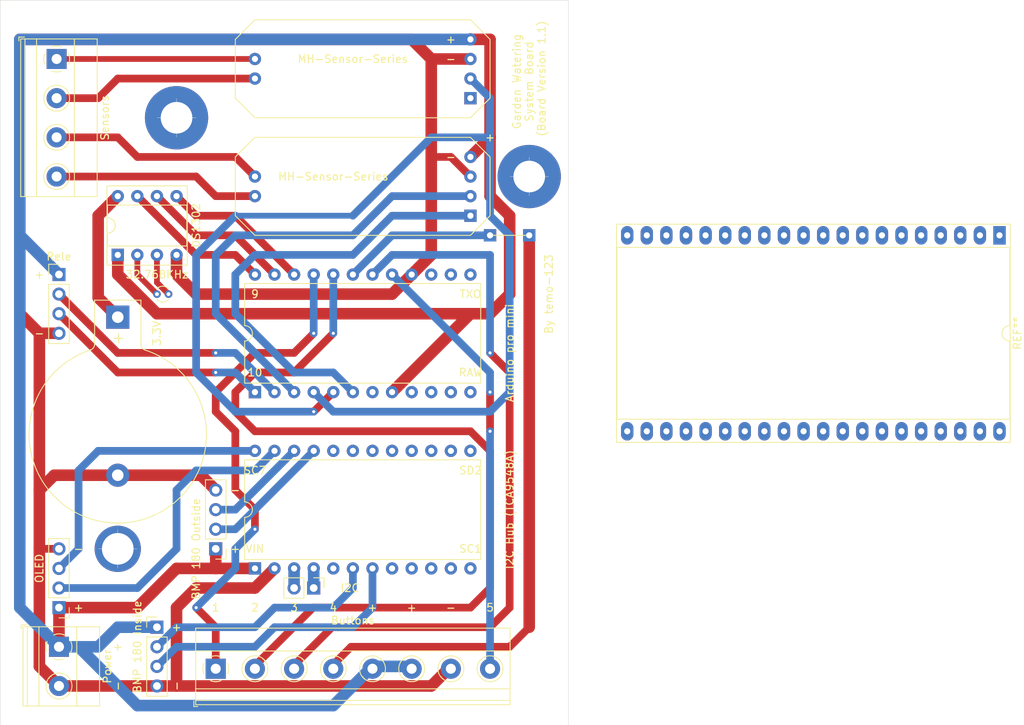
<source format=kicad_pcb>
(kicad_pcb (version 20221018) (generator pcbnew)
  (layers (0 "F.Cu" signal) (31 "B.Cu" signal) (34 "B.Paste" user) (35 "F.Paste" user) (36 "B.SilkS" user "B.Silkscreen") (37 "F.SilkS" user "F.Silkscreen") (38 "B.Mask" user) (39 "F.Mask" user) (44 "Edge.Cuts" user))
  (net 0 "")
  (footprint "" (layer "F.Cu") (at 91.44 60.96)
    (fp_text reference "" (at 0 0) (layer "F.SilkS") (effects (font (size 1.27 1.27))))
    (fp_text value "" (at 0 0) (layer "F.SilkS") (effects (font (size 1.27 1.27))))
    (pad "5" thru_hole oval (at 0 0 90) (size 1.6 1.6) (drill 0.8) (layers "*.Cu" "*.Mask"))
  )
  (footprint "Connector_PinHeader_2.54mm:PinHeader_1x04_P2.54mm_Vertical" (layer "F.Cu") (at 78.74 116.84)
    (fp_text reference "BMP 180 Inside" (at -2.54 2.54 90) (layer "F.SilkS"))
    (fp_text value "PinHeader_1x04_P2.54mm_Vertical")
    (pad "1" thru_hole rect (at 0 0) (size 1.7 1.7) (drill 1) (layers "*.Cu" "*.Mask"))
    (pad "2" thru_hole oval (at 0 2.54) (size 1.7 1.7) (drill 1) (layers "*.Cu" "*.Mask"))
    (pad "3" thru_hole oval (at 0 5.08) (size 1.7 1.7) (drill 1) (layers "*.Cu" "*.Mask"))
    (pad "4" thru_hole oval (at 0 7.62) (size 1.7 1.7) (drill 1) (layers "*.Cu" "*.Mask"))
  )
  (footprint "Connector_PinHeader_2.54mm:PinHeader_1x02_P2.54mm_Vertical" (layer "F.Cu") (at 99.06 111.76 -90)
    (fp_text reference "I2C " (at 0 -5.08 180) (layer "F.SilkS"))
    (fp_text value "I2C")
    (pad "1" thru_hole rect (at 0 0 270) (size 1.7 1.7) (drill 1) (layers "*.Cu" "*.Mask"))
    (pad "2" thru_hole oval (at 0 2.54 270) (size 1.7 1.7) (drill 1) (layers "*.Cu" "*.Mask"))
  )
  (footprint "" (layer "F.Cu") (at 119.38 58.42)
    (fp_text reference "" (at 0 0) (layer "F.SilkS") (effects (font (size 1.27 1.27))))
    (fp_text value "" (at 0 0) (layer "F.SilkS") (effects (font (size 1.27 1.27))))
    (pad "3" thru_hole oval (at 0 0 90) (size 1.6 1.6) (drill 0.8) (layers "*.Cu" "*.Mask"))
  )
  (footprint "" (layer "F.Cu") (at 119.38 40.64)
    (fp_text reference "" (at 0 0) (layer "F.SilkS") (effects (font (size 1.27 1.27))))
    (fp_text value "" (at 0 0) (layer "F.SilkS") (effects (font (size 1.27 1.27))))
    (pad "4" thru_hole oval (at 0 0 90) (size 1.6 1.6) (drill 0.8) (layers "*.Cu" "*.Mask"))
  )
  (footprint "" (layer "F.Cu") (at 119.38 43.18)
    (fp_text reference "" (at 0 0) (layer "F.SilkS") (effects (font (size 1.27 1.27))))
    (fp_text value "" (at 0 0) (layer "F.SilkS") (effects (font (size 1.27 1.27))))
    (pad "3" thru_hole oval (at 0 0 90) (size 1.6 1.6) (drill 0.8) (layers "*.Cu" "*.Mask"))
  )
  (footprint "TerminalBlock_Phoenix:TerminalBlock_Phoenix_MKDS-1,5-8-5.08_1x08_P5.08mm_Horizontal" (layer "F.Cu") (at 86.36 122.225)
    (fp_text reference "Buttons" (at 17.78 -6.26) (layer "F.SilkS"))
    (fp_text value "Buttons")
    (pad "1" thru_hole rect (at 0 0) (size 2.6 2.6) (drill 1.3) (layers "*.Cu" "*.Mask"))
    (pad "2" thru_hole circle (at 5.08 0) (size 2.6 2.6) (drill 1.3) (layers "*.Cu" "*.Mask"))
    (pad "3" thru_hole circle (at 10.16 0) (size 2.6 2.6) (drill 1.3) (layers "*.Cu" "*.Mask"))
    (pad "4" thru_hole circle (at 15.24 0) (size 2.6 2.6) (drill 1.3) (layers "*.Cu" "*.Mask"))
    (pad "5" thru_hole circle (at 20.32 0) (size 2.6 2.6) (drill 1.3) (layers "*.Cu" "*.Mask"))
    (pad "6" thru_hole circle (at 25.4 0) (size 2.6 2.6) (drill 1.3) (layers "*.Cu" "*.Mask"))
    (pad "7" thru_hole circle (at 30.48 0) (size 2.6 2.6) (drill 1.3) (layers "*.Cu" "*.Mask"))
    (pad "8" thru_hole circle (at 35.56 0) (size 2.6 2.6) (drill 1.3) (layers "*.Cu" "*.Mask"))
  )
  (footprint "" (layer "F.Cu") (at 119.38 60.96)
    (fp_text reference "" (at 0 0) (layer "F.SilkS") (effects (font (size 1.27 1.27))))
    (fp_text value "" (at 0 0) (layer "F.SilkS") (effects (font (size 1.27 1.27))))
    (pad "2" thru_hole oval (at 0 0 90) (size 1.6 1.6) (drill 0.8) (layers "*.Cu" "*.Mask"))
  )
  (footprint "TerminalBlock_Phoenix:TerminalBlock_Phoenix_MKDS-1,5-2-5.08_1x02_P5.08mm_Horizontal" (layer "F.Cu") (at 66.04 119.38 -90)
    (fp_text reference "Power" (at 2.54 -6.26 90) (layer "F.SilkS"))
    (fp_text value "Sensors")
    (pad "1" thru_hole rect (at 0 0 270) (size 2.6 2.6) (drill 1.3) (layers "*.Cu" "*.Mask"))
    (pad "2" thru_hole circle (at 5.08 0 270) (size 2.6 2.6) (drill 1.3) (layers "*.Cu" "*.Mask"))
  )
  (footprint "TerminalBlock_Phoenix:TerminalBlock_Phoenix_MKDS-1,5-4-5.08_1x04_P5.08mm_Horizontal" (layer "F.Cu") (at 65.735 43.18 -90)
    (fp_text reference "Sensors" (at 7.62 -6.26 90) (layer "F.SilkS"))
    (fp_text value "Sensors")
    (pad "1" thru_hole rect (at 0 0 270) (size 2.6 2.6) (drill 1.3) (layers "*.Cu" "*.Mask"))
    (pad "2" thru_hole circle (at 5.08 0 270) (size 2.6 2.6) (drill 1.3) (layers "*.Cu" "*.Mask"))
    (pad "3" thru_hole circle (at 10.16 0 270) (size 2.6 2.6) (drill 1.3) (layers "*.Cu" "*.Mask"))
    (pad "4" thru_hole circle (at 15.24 0 270) (size 2.6 2.6) (drill 1.3) (layers "*.Cu" "*.Mask"))
  )
  (footprint "Package_DIP:DIP-24_W15.24mm" (layer "F.Cu") (at 91.44 109.22 90)
    (fp_text reference "I2C Hub (TCA9548A)" (at 7.62 33.02 90) (layer "F.SilkS"))
    (fp_text value "I2C Modul")
    (pad "1" thru_hole rect (at 0 0 90) (size 1.6 1.6) (drill 0.8) (layers "*.Cu" "*.Mask"))
    (pad "2" thru_hole oval (at 0 2.54 90) (size 1.6 1.6) (drill 0.8) (layers "*.Cu" "*.Mask"))
    (pad "3" thru_hole oval (at 0 5.08 90) (size 1.6 1.6) (drill 0.8) (layers "*.Cu" "*.Mask"))
    (pad "4" thru_hole oval (at 0 7.62 90) (size 1.6 1.6) (drill 0.8) (layers "*.Cu" "*.Mask"))
    (pad "5" thru_hole oval (at 0 10.16 90) (size 1.6 1.6) (drill 0.8) (layers "*.Cu" "*.Mask"))
    (pad "6" thru_hole oval (at 0 12.7 90) (size 1.6 1.6) (drill 0.8) (layers "*.Cu" "*.Mask"))
    (pad "7" thru_hole oval (at 0 15.24 90) (size 1.6 1.6) (drill 0.8) (layers "*.Cu" "*.Mask"))
    (pad "8" thru_hole oval (at 0 17.78 90) (size 1.6 1.6) (drill 0.8) (layers "*.Cu" "*.Mask"))
    (pad "9" thru_hole oval (at 0 20.32 90) (size 1.6 1.6) (drill 0.8) (layers "*.Cu" "*.Mask"))
    (pad "10" thru_hole oval (at 0 22.86 90) (size 1.6 1.6) (drill 0.8) (layers "*.Cu" "*.Mask"))
    (pad "11" thru_hole oval (at 0 25.4 90) (size 1.6 1.6) (drill 0.8) (layers "*.Cu" "*.Mask"))
    (pad "12" thru_hole oval (at 0 27.94 90) (size 1.6 1.6) (drill 0.8) (layers "*.Cu" "*.Mask"))
    (pad "13" thru_hole oval (at 15.24 27.94 90) (size 1.6 1.6) (drill 0.8) (layers "*.Cu" "*.Mask"))
    (pad "14" thru_hole oval (at 15.24 25.4 90) (size 1.6 1.6) (drill 0.8) (layers "*.Cu" "*.Mask"))
    (pad "15" thru_hole oval (at 15.24 22.86 90) (size 1.6 1.6) (drill 0.8) (layers "*.Cu" "*.Mask"))
    (pad "16" thru_hole oval (at 15.24 20.32 90) (size 1.6 1.6) (drill 0.8) (layers "*.Cu" "*.Mask"))
    (pad "17" thru_hole oval (at 15.24 17.78 90) (size 1.6 1.6) (drill 0.8) (layers "*.Cu" "*.Mask"))
    (pad "18" thru_hole oval (at 15.24 15.24 90) (size 1.6 1.6) (drill 0.8) (layers "*.Cu" "*.Mask"))
    (pad "19" thru_hole oval (at 15.24 12.7 90) (size 1.6 1.6) (drill 0.8) (layers "*.Cu" "*.Mask"))
    (pad "20" thru_hole oval (at 15.24 10.16 90) (size 1.6 1.6) (drill 0.8) (layers "*.Cu" "*.Mask"))
    (pad "21" thru_hole oval (at 15.24 7.62 90) (size 1.6 1.6) (drill 0.8) (layers "*.Cu" "*.Mask"))
    (pad "22" thru_hole oval (at 15.24 5.08 90) (size 1.6 1.6) (drill 0.8) (layers "*.Cu" "*.Mask"))
    (pad "23" thru_hole oval (at 15.24 2.54 90) (size 1.6 1.6) (drill 0.8) (layers "*.Cu" "*.Mask"))
    (pad "24" thru_hole oval (at 15.24 0 90) (size 1.6 1.6) (drill 0.8) (layers "*.Cu" "*.Mask"))
  )
  (footprint "Connector_PinHeader_2.54mm:PinHeader_1x04_P2.54mm_Vertical" (layer "F.Cu") (at 66.04 114.3 180)
    (fp_text reference "OLED" (at 2.54 5.08 90) (layer "F.SilkS"))
    (fp_text value "oled")
    (pad "1" thru_hole rect (at 0 0 180) (size 1.7 1.7) (drill 1) (layers "*.Cu" "*.Mask"))
    (pad "2" thru_hole oval (at 0 2.54 180) (size 1.7 1.7) (drill 1) (layers "*.Cu" "*.Mask"))
    (pad "3" thru_hole oval (at 0 5.08 180) (size 1.7 1.7) (drill 1) (layers "*.Cu" "*.Mask"))
    (pad "4" thru_hole oval (at 0 7.62 180) (size 1.7 1.7) (drill 1) (layers "*.Cu" "*.Mask"))
  )
  (footprint "" (layer "F.Cu") (at 119.38 45.72)
    (fp_text reference "" (at 0 0) (layer "F.SilkS") (effects (font (size 1.27 1.27))))
    (fp_text value "" (at 0 0) (layer "F.SilkS") (effects (font (size 1.27 1.27))))
    (pad "2" thru_hole oval (at 0 0 90) (size 1.6 1.6) (drill 0.8) (layers "*.Cu" "*.Mask"))
  )
  (footprint "" (layer "F.Cu") (at 91.44 45.72)
    (fp_text reference "" (at 0 0) (layer "F.SilkS") (effects (font (size 1.27 1.27))))
    (fp_text value "" (at 0 0) (layer "F.SilkS") (effects (font (size 1.27 1.27))))
    (pad "5" thru_hole oval (at 0 0 90) (size 1.6 1.6) (drill 0.8) (layers "*.Cu" "*.Mask"))
  )
  (footprint "Crystal:Crystal_DS10_D1.0mm_L4.3mm_Vertical" (layer "F.Cu") (at 78.74 73.66)
    (fp_text reference "32.768KHz" (at 0 -2.54 180) (layer "F.SilkS"))
    (fp_text value " ")
    (pad "1" thru_hole circle (at 0 0) (size 1 1) (drill 0.5) (layers "*.Cu" "*.Mask"))
    (pad "2" thru_hole circle (at 1.5 0) (size 1 1) (drill 0.5) (layers "*.Cu" "*.Mask"))
  )
  (footprint "" (layer "F.Cu") (at 119.38 55.88)
    (fp_text reference "" (at 0 0) (layer "F.SilkS") (effects (font (size 1.27 1.27))))
    (fp_text value "" (at 0 0) (layer "F.SilkS") (effects (font (size 1.27 1.27))))
    (pad "4" thru_hole oval (at 0 0 90) (size 1.6 1.6) (drill 0.8) (layers "*.Cu" "*.Mask"))
  )
  (footprint "" (layer "F.Cu") (at 91.44 43.18)
    (fp_text reference "" (at 0 0) (layer "F.SilkS") (effects (font (size 1.27 1.27))))
    (fp_text value "" (at 0 0) (layer "F.SilkS") (effects (font (size 1.27 1.27))))
    (pad "6" thru_hole oval (at 0 0 90) (size 1.6 1.6) (drill 0.8) (layers "*.Cu" "*.Mask"))
  )
  (footprint "" (layer "F.Cu") (at 127 66.04)
    (fp_text reference "" (at 0 0) (layer "F.SilkS") (effects (font (size 1.27 1.27))))
    (fp_text value "" (at 0 0) (layer "F.SilkS") (effects (font (size 1.27 1.27))))
    (pad "1" thru_hole rect (at 0 0 90) (size 1.6 1.6) (drill 0.8) (layers "*.Cu" "*.Mask"))
  )
  (footprint "" (layer "F.Cu") (at 119.38 48.26)
    (fp_text reference "" (at 0 0) (layer "F.SilkS") (effects (font (size 1.27 1.27))))
    (fp_text value "" (at 0 0) (layer "F.SilkS") (effects (font (size 1.27 1.27))))
    (pad "1" thru_hole rect (at 0 0 90) (size 1.6 1.6) (drill 0.8) (layers "*.Cu" "*.Mask"))
  )
  (footprint "" (layer "F.Cu") (at 91.44 58.42)
    (fp_text reference "" (at 0 0) (layer "F.SilkS") (effects (font (size 1.27 1.27))))
    (fp_text value "" (at 0 0) (layer "F.SilkS") (effects (font (size 1.27 1.27))))
    (pad "6" thru_hole oval (at 0 0 90) (size 1.6 1.6) (drill 0.8) (layers "*.Cu" "*.Mask"))
  )
  (footprint "" (layer "F.Cu") (at 121.92 66.04)
    (fp_text reference "" (at 0 0) (layer "F.SilkS") (effects (font (size 1.27 1.27))))
    (fp_text value "" (at 0 0) (layer "F.SilkS") (effects (font (size 1.27 1.27))))
    (pad "1" thru_hole rect (at 0 0 90) (size 1.6 1.6) (drill 0.8) (layers "*.Cu" "*.Mask"))
  )
  (footprint "Connector_PinHeader_2.54mm:PinHeader_1x04_P2.54mm_Vertical" (layer "F.Cu") (at 86.36 106.68 180)
    (fp_text reference "BMP 180 Outside" (at 2.54 0 90) (layer "F.SilkS"))
    (fp_text value "Outside termo sensor")
    (pad "1" thru_hole rect (at 0 0 180) (size 1.7 1.7) (drill 1) (layers "*.Cu" "*.Mask"))
    (pad "2" thru_hole oval (at 0 2.54 180) (size 1.7 1.7) (drill 1) (layers "*.Cu" "*.Mask"))
    (pad "3" thru_hole oval (at 0 5.08 180) (size 1.7 1.7) (drill 1) (layers "*.Cu" "*.Mask"))
    (pad "4" thru_hole oval (at 0 7.62 180) (size 1.7 1.7) (drill 1) (layers "*.Cu" "*.Mask"))
  )
  (footprint "" (layer "F.Cu") (at 119.38 63.5)
    (fp_text reference "" (at 0 0) (layer "F.SilkS") (effects (font (size 1.27 1.27))))
    (fp_text value "" (at 0 0) (layer "F.SilkS") (effects (font (size 1.27 1.27))))
    (pad "1" thru_hole rect (at 0 0 90) (size 1.6 1.6) (drill 0.8) (layers "*.Cu" "*.Mask"))
  )
  (footprint "Package_DIP:DIP-40_W25.4mm_Socket_LongPads" (layer "F.Cu") (at 187.96 66.04 -90)
    (fp_text reference "REF**" (at 12.7 -2.33 90) (layer "F.SilkS"))
    (fp_text value "DIP-40_W25.4mm_Socket_LongPads")
    (pad "1" thru_hole rect (at 0 0 270) (size 2.4 1.6) (drill 0.8) (layers "*.Cu" "*.Mask"))
    (pad "2" thru_hole oval (at 0 2.54 270) (size 2.4 1.6) (drill 0.8) (layers "*.Cu" "*.Mask"))
    (pad "3" thru_hole oval (at 0 5.08 270) (size 2.4 1.6) (drill 0.8) (layers "*.Cu" "*.Mask"))
    (pad "4" thru_hole oval (at 0 7.62 270) (size 2.4 1.6) (drill 0.8) (layers "*.Cu" "*.Mask"))
    (pad "5" thru_hole oval (at 0 10.16 270) (size 2.4 1.6) (drill 0.8) (layers "*.Cu" "*.Mask"))
    (pad "6" thru_hole oval (at 0 12.7 270) (size 2.4 1.6) (drill 0.8) (layers "*.Cu" "*.Mask"))
    (pad "7" thru_hole oval (at 0 15.24 270) (size 2.4 1.6) (drill 0.8) (layers "*.Cu" "*.Mask"))
    (pad "8" thru_hole oval (at 0 17.78 270) (size 2.4 1.6) (drill 0.8) (layers "*.Cu" "*.Mask"))
    (pad "9" thru_hole oval (at 0 20.32 270) (size 2.4 1.6) (drill 0.8) (layers "*.Cu" "*.Mask"))
    (pad "10" thru_hole oval (at 0 22.86 270) (size 2.4 1.6) (drill 0.8) (layers "*.Cu" "*.Mask"))
    (pad "11" thru_hole oval (at 0 25.4 270) (size 2.4 1.6) (drill 0.8) (layers "*.Cu" "*.Mask"))
    (pad "12" thru_hole oval (at 0 27.94 270) (size 2.4 1.6) (drill 0.8) (layers "*.Cu" "*.Mask"))
    (pad "13" thru_hole oval (at 0 30.48 270) (size 2.4 1.6) (drill 0.8) (layers "*.Cu" "*.Mask"))
    (pad "14" thru_hole oval (at 0 33.02 270) (size 2.4 1.6) (drill 0.8) (layers "*.Cu" "*.Mask"))
    (pad "15" thru_hole oval (at 0 35.56 270) (size 2.4 1.6) (drill 0.8) (layers "*.Cu" "*.Mask"))
    (pad "16" thru_hole oval (at 0 38.1 270) (size 2.4 1.6) (drill 0.8) (layers "*.Cu" "*.Mask"))
    (pad "17" thru_hole oval (at 0 40.64 270) (size 2.4 1.6) (drill 0.8) (layers "*.Cu" "*.Mask"))
    (pad "18" thru_hole oval (at 0 43.18 270) (size 2.4 1.6) (drill 0.8) (layers "*.Cu" "*.Mask"))
    (pad "19" thru_hole oval (at 0 45.72 270) (size 2.4 1.6) (drill 0.8) (layers "*.Cu" "*.Mask"))
    (pad "20" thru_hole oval (at 0 48.26 270) (size 2.4 1.6) (drill 0.8) (layers "*.Cu" "*.Mask"))
    (pad "21" thru_hole oval (at 25.4 48.26 270) (size 2.4 1.6) (drill 0.8) (layers "*.Cu" "*.Mask"))
    (pad "22" thru_hole oval (at 25.4 45.72 270) (size 2.4 1.6) (drill 0.8) (layers "*.Cu" "*.Mask"))
    (pad "23" thru_hole oval (at 25.4 43.18 270) (size 2.4 1.6) (drill 0.8) (layers "*.Cu" "*.Mask"))
    (pad "24" thru_hole oval (at 25.4 40.64 270) (size 2.4 1.6) (drill 0.8) (layers "*.Cu" "*.Mask"))
    (pad "25" thru_hole oval (at 25.4 38.1 270) (size 2.4 1.6) (drill 0.8) (layers "*.Cu" "*.Mask"))
    (pad "26" thru_hole oval (at 25.4 35.56 270) (size 2.4 1.6) (drill 0.8) (layers "*.Cu" "*.Mask"))
    (pad "27" thru_hole oval (at 25.4 33.02 270) (size 2.4 1.6) (drill 0.8) (layers "*.Cu" "*.Mask"))
    (pad "28" thru_hole oval (at 25.4 30.48 270) (size 2.4 1.6) (drill 0.8) (layers "*.Cu" "*.Mask"))
    (pad "29" thru_hole oval (at 25.4 27.94 270) (size 2.4 1.6) (drill 0.8) (layers "*.Cu" "*.Mask"))
    (pad "30" thru_hole oval (at 25.4 25.4 270) (size 2.4 1.6) (drill 0.8) (layers "*.Cu" "*.Mask"))
    (pad "31" thru_hole oval (at 25.4 22.86 270) (size 2.4 1.6) (drill 0.8) (layers "*.Cu" "*.Mask"))
    (pad "32" thru_hole oval (at 25.4 20.32 270) (size 2.4 1.6) (drill 0.8) (layers "*.Cu" "*.Mask"))
    (pad "33" thru_hole oval (at 25.4 17.78 270) (size 2.4 1.6) (drill 0.8) (layers "*.Cu" "*.Mask"))
    (pad "34" thru_hole oval (at 25.4 15.24 270) (size 2.4 1.6) (drill 0.8) (layers "*.Cu" "*.Mask"))
    (pad "35" thru_hole oval (at 25.4 12.7 270) (size 2.4 1.6) (drill 0.8) (layers "*.Cu" "*.Mask"))
    (pad "36" thru_hole oval (at 25.4 10.16 270) (size 2.4 1.6) (drill 0.8) (layers "*.Cu" "*.Mask"))
    (pad "37" thru_hole oval (at 25.4 7.62 270) (size 2.4 1.6) (drill 0.8) (layers "*.Cu" "*.Mask"))
    (pad "38" thru_hole oval (at 25.4 5.08 270) (size 2.4 1.6) (drill 0.8) (layers "*.Cu" "*.Mask"))
    (pad "39" thru_hole oval (at 25.4 2.54 270) (size 2.4 1.6) (drill 0.8) (layers "*.Cu" "*.Mask"))
    (pad "40" thru_hole oval (at 25.4 0 270) (size 2.4 1.6) (drill 0.8) (layers "*.Cu" "*.Mask"))
  )
  (footprint "Battery:BatteryHolder_Keystone_103_1x20mm" (layer "F.Cu") (at 73.66 76.647584 -90)
    (fp_text reference "3.3V" (at 2.092416 -5.08 90) (layer "F.SilkS"))
    (fp_text value "3.3v (CR2025)")
    (fp_text user "+" (at 2.75 0 90) (layer "F.SilkS") (effects (font (size 1.5 1.5))))
    (pad "1" thru_hole rect (at 0 0 270) (size 3 3) (drill 1.5) (layers "*.Cu" "*.Mask"))
    (pad "2" thru_hole circle (at 20.49 0 270) (size 3 3) (drill 1.5) (layers "*.Cu" "*.Mask"))
  )
  (footprint "Package_DIP:DIP-8_W7.62mm_Socket" (layer "F.Cu") (at 73.66 68.58 90)
    (fp_text reference "DS1302" (at 3.81 10.16 90) (layer "F.SilkS"))
    (fp_text value "Socket for DS1302")
    (pad "1" thru_hole rect (at 0 0 90) (size 1.6 1.6) (drill 0.8) (layers "*.Cu" "*.Mask"))
    (pad "2" thru_hole oval (at 0 2.54 90) (size 1.6 1.6) (drill 0.8) (layers "*.Cu" "*.Mask"))
    (pad "3" thru_hole oval (at 0 5.08 90) (size 1.6 1.6) (drill 0.8) (layers "*.Cu" "*.Mask"))
    (pad "4" thru_hole oval (at 0 7.62 90) (size 1.6 1.6) (drill 0.8) (layers "*.Cu" "*.Mask"))
    (pad "5" thru_hole oval (at 7.62 7.62 90) (size 1.6 1.6) (drill 0.8) (layers "*.Cu" "*.Mask"))
    (pad "6" thru_hole oval (at 7.62 5.08 90) (size 1.6 1.6) (drill 0.8) (layers "*.Cu" "*.Mask"))
    (pad "7" thru_hole oval (at 7.62 2.54 90) (size 1.6 1.6) (drill 0.8) (layers "*.Cu" "*.Mask"))
    (pad "8" thru_hole oval (at 7.62 0 90) (size 1.6 1.6) (drill 0.8) (layers "*.Cu" "*.Mask"))
  )
  (footprint "Package_DIP:DIP-24_W15.24mm" (layer "F.Cu") (at 91.44 86.365 90)
    (fp_text reference "Arduino pro mini" (at 5.08 33.02 90) (layer "F.SilkS"))
    (fp_text value "Arduino mini")
    (pad "1" thru_hole rect (at 0 0 90) (size 1.6 1.6) (drill 0.8) (layers "*.Cu" "*.Mask"))
    (pad "2" thru_hole oval (at 0 2.54 90) (size 1.6 1.6) (drill 0.8) (layers "*.Cu" "*.Mask"))
    (pad "3" thru_hole oval (at 0 5.08 90) (size 1.6 1.6) (drill 0.8) (layers "*.Cu" "*.Mask"))
    (pad "4" thru_hole oval (at 0 7.62 90) (size 1.6 1.6) (drill 0.8) (layers "*.Cu" "*.Mask"))
    (pad "5" thru_hole oval (at 0 10.16 90) (size 1.6 1.6) (drill 0.8) (layers "*.Cu" "*.Mask"))
    (pad "6" thru_hole oval (at 0 12.7 90) (size 1.6 1.6) (drill 0.8) (layers "*.Cu" "*.Mask"))
    (pad "7" thru_hole oval (at 0 15.24 90) (size 1.6 1.6) (drill 0.8) (layers "*.Cu" "*.Mask"))
    (pad "8" thru_hole oval (at 0 17.78 90) (size 1.6 1.6) (drill 0.8) (layers "*.Cu" "*.Mask"))
    (pad "9" thru_hole oval (at 0 20.32 90) (size 1.6 1.6) (drill 0.8) (layers "*.Cu" "*.Mask"))
    (pad "10" thru_hole oval (at 0 22.86 90) (size 1.6 1.6) (drill 0.8) (layers "*.Cu" "*.Mask"))
    (pad "11" thru_hole oval (at 0 25.4 90) (size 1.6 1.6) (drill 0.8) (layers "*.Cu" "*.Mask"))
    (pad "12" thru_hole oval (at 0 27.94 90) (size 1.6 1.6) (drill 0.8) (layers "*.Cu" "*.Mask"))
    (pad "13" thru_hole oval (at 15.24 27.94 90) (size 1.6 1.6) (drill 0.8) (layers "*.Cu" "*.Mask"))
    (pad "14" thru_hole oval (at 15.24 25.4 90) (size 1.6 1.6) (drill 0.8) (layers "*.Cu" "*.Mask"))
    (pad "15" thru_hole oval (at 15.24 22.86 90) (size 1.6 1.6) (drill 0.8) (layers "*.Cu" "*.Mask"))
    (pad "16" thru_hole oval (at 15.24 20.32 90) (size 1.6 1.6) (drill 0.8) (layers "*.Cu" "*.Mask"))
    (pad "17" thru_hole oval (at 15.24 17.78 90) (size 1.6 1.6) (drill 0.8) (layers "*.Cu" "*.Mask"))
    (pad "18" thru_hole oval (at 15.24 15.24 90) (size 1.6 1.6) (drill 0.8) (layers "*.Cu" "*.Mask"))
    (pad "19" thru_hole oval (at 15.24 12.7 90) (size 1.6 1.6) (drill 0.8) (layers "*.Cu" "*.Mask"))
    (pad "20" thru_hole oval (at 15.24 10.16 90) (size 1.6 1.6) (drill 0.8) (layers "*.Cu" "*.Mask"))
    (pad "21" thru_hole oval (at 15.24 7.62 90) (size 1.6 1.6) (drill 0.8) (layers "*.Cu" "*.Mask"))
    (pad "22" thru_hole oval (at 15.24 5.08 90) (size 1.6 1.6) (drill 0.8) (layers "*.Cu" "*.Mask"))
    (pad "23" thru_hole oval (at 15.24 2.54 90) (size 1.6 1.6) (drill 0.8) (layers "*.Cu" "*.Mask"))
    (pad "24" thru_hole oval (at 15.24 0 90) (size 1.6 1.6) (drill 0.8) (layers "*.Cu" "*.Mask"))
  )
  (footprint "Connector_PinHeader_2.54mm:PinHeader_1x04_P2.54mm_Vertical" (layer "F.Cu") (at 66.04 71.12)
    (fp_text reference "Rele" (at 0 -2.33) (layer "F.SilkS"))
    (fp_text value "Rele")
    (pad "1" thru_hole rect (at 0 0) (size 1.7 1.7) (drill 1) (layers "*.Cu" "*.Mask"))
    (pad "2" thru_hole oval (at 0 2.54) (size 1.7 1.7) (drill 1) (layers "*.Cu" "*.Mask"))
    (pad "3" thru_hole oval (at 0 5.08) (size 1.7 1.7) (drill 1) (layers "*.Cu" "*.Mask"))
    (pad "4" thru_hole oval (at 0 7.62) (size 1.7 1.7) (drill 1) (layers "*.Cu" "*.Mask"))
  )
  (gr_circle (center 71.12 68.58) (end 71.12 68.58) (stroke (width 0.2)) (fill none) (layer "F.Cu"))
  (gr_line (start 76.2 127) (end 68.58 119.38) (stroke (width 1.5)) (layer "B.Cu"))
  (gr_line (start 76.2 127) (end 101.6 127) (stroke (width 1.5)) (layer "B.Cu"))
  (gr_line (start 88.9 40.64) (end 88.9 48.26) (stroke (width 0.12)) (layer "F.SilkS"))
  (gr_line (start 121.92 40.64) (end 119.38 38.1) (stroke (width 0.12)) (layer "F.SilkS"))
  (gr_line (start 91.44 66.04) (end 88.9 63.5) (stroke (width 0.12)) (layer "F.SilkS"))
  (gr_line (start 91.44 38.1) (end 88.9 40.64) (stroke (width 0.12)) (layer "F.SilkS"))
  (gr_line (start 121.92 63.5) (end 119.38 66.04) (stroke (width 0.12)) (layer "F.SilkS"))
  (gr_line (start 119.38 38.1) (end 91.44 38.1) (stroke (width 0.12)) (layer "F.SilkS"))
  (gr_line (start 88.9 55.88) (end 91.44 53.34) (stroke (width 0.12)) (layer "F.SilkS"))
  (gr_line (start 121.92 48.26) (end 121.92 40.64) (stroke (width 0.12)) (layer "F.SilkS"))
  (gr_line (start 119.38 66.04) (end 91.44 66.04) (stroke (width 0.12)) (layer "F.SilkS"))
  (gr_line (start 119.38 53.34) (end 121.92 55.88) (stroke (width 0.12)) (layer "F.SilkS"))
  (gr_line (start 119.38 50.8) (end 121.92 48.26) (stroke (width 0.12)) (layer "F.SilkS"))
  (gr_line (start 88.9 48.26) (end 91.44 50.8) (stroke (width 0.12)) (layer "F.SilkS"))
  (gr_line (start 121.92 55.88) (end 121.92 63.5) (stroke (width 0.12)) (layer "F.SilkS"))
  (gr_line (start 121.92 66.04) (end 127 66.04) (stroke (width 0.12)) (layer "F.SilkS"))
  (gr_line (start 91.44 50.8) (end 119.38 50.8) (stroke (width 0.12)) (layer "F.SilkS"))
  (gr_line (start 88.9 63.5) (end 88.9 55.88) (stroke (width 0.12)) (layer "F.SilkS"))
  (gr_line (start 91.44 53.34) (end 119.38 53.34) (stroke (width 0.12)) (layer "F.SilkS"))
  (gr_line (start 132.08 35.56) (end 132.08 129.54) (stroke (width 0.05)) (layer "Edge.Cuts"))
  (gr_line (start 132.08 129.54) (end 58.42 129.54) (stroke (width 0.05)) (layer "Edge.Cuts"))
  (gr_line (start 58.42 129.54) (end 58.42 35.56) (stroke (width 0.05)) (layer "Edge.Cuts"))
  (gr_line (start 58.42 35.56) (end 132.08 35.56) (stroke (width 0.05)) (layer "Edge.Cuts"))
  (gr_text "-" (at 81.28 124.46 90) (layer "F.SilkS") (effects (font (size 1 1))))
  (gr_text "9" (at 91.44 73.66) (layer "F.SilkS") (effects (font (size 1 1))))
  (gr_text "+" (at 63.5 71.12) (layer "F.SilkS") (effects (font (size 1 1))))
  (gr_text "-" (at 63.5 78.74) (layer "F.SilkS") (effects (font (size 1 1))))
  (gr_text "SD2" (at 119.38 96.52) (layer "F.SilkS") (effects (font (size 1 1))))
  (gr_text "RAW\n" (at 119.38 83.82) (layer "F.SilkS") (effects (font (size 1 1))))
  (gr_text "+" (at 121.92 53.34) (layer "F.SilkS") (effects (font (size 1 1))))
  (gr_text "-" (at 116.84 43.18) (layer "F.SilkS") (effects (font (size 1 1))))
  (gr_text "5" (at 121.92 114.3) (layer "F.SilkS") (effects (font (size 1 1))))
  (gr_text "-" (at 88.9 99.06) (layer "F.SilkS") (effects (font (size 1 1))))
  (gr_text "-" (at 68.58 106.68) (layer "F.SilkS") (effects (font (size 1 1))))
  (gr_text "MH-Sensor-Series" (at 104.14 43.18) (layer "F.SilkS") (effects (font (size 1 1))))
  (gr_text "SC1\n" (at 119.38 106.68) (layer "F.SilkS") (effects (font (size 1 1))))
  (gr_text "VIN" (at 91.44 106.68) (layer "F.SilkS") (effects (font (size 1 1))))
  (gr_text "+" (at 106.68 114.3) (layer "F.SilkS") (effects (font (size 1 1))))
  (gr_text "3" (at 96.52 114.3) (layer "F.SilkS") (effects (font (size 1 1))))
  (gr_text "1" (at 86.36 114.3) (layer "F.SilkS") (effects (font (size 1 1))))
  (gr_text "+" (at 88.9 106.68) (layer "F.SilkS") (effects (font (size 1 1))))
  (gr_text "+" (at 111.76 114.3) (layer "F.SilkS") (effects (font (size 1 1))))
  (gr_text "10" (at 91.44 83.82) (layer "F.SilkS") (effects (font (size 1 1))))
  (gr_text "+" (at 68.58 114.3) (layer "F.SilkS") (effects (font (size 1 1))))
  (gr_text "TXO" (at 119.38 73.66) (layer "F.SilkS") (effects (font (size 1 1))))
  (gr_text "+" (at 73.66 119.38) (layer "F.SilkS") (effects (font (size 1 1))))
  (gr_text "2" (at 91.44 114.3) (layer "F.SilkS") (effects (font (size 1 1))))
  (gr_text "+" (at 81.28 116.84) (layer "F.SilkS") (effects (font (size 1 1))))
  (gr_text "By temo-123" (at 129.54 73.66 90) (layer "F.SilkS") (effects (font (size 1 1))))
  (gr_text "-" (at 116.84 114.3) (layer "F.SilkS") (effects (font (size 1 1))))
  (gr_text "Garden Watering \nSystem Board \n(Board Version 1.1)" (at 127 45.72 90) (layer "F.SilkS") (effects (font (size 1 1))))
  (gr_text "+" (at 116.84 40.64) (layer "F.SilkS") (effects (font (size 1 1))))
  (gr_text "-" (at 73.66 124.46 90) (layer "F.SilkS") (effects (font (size 1 1))))
  (gr_text "4" (at 101.6 114.3) (layer "F.SilkS") (effects (font (size 1 1))))
  (gr_text "MH-Sensor-Series" (at 101.6 58.42) (layer "F.SilkS") (effects (font (size 1 1))))
  (gr_text "-" (at 116.84 55.88) (layer "F.SilkS") (effects (font (size 1 1))))
  (gr_text "SC7" (at 91.44 96.52) (layer "F.SilkS") (effects (font (size 1 1))))
  (target plus (at 127 58.42) (size 5) (width 0.05) (layer "Edge.Cuts"))
  (target plus (at 73.66 106.68) (size 5) (width 0.05) (layer "Edge.Cuts"))
  (target plus (at 81.28 50.8) (size 5) (width 0.05) (layer "Edge.Cuts"))
  (segment (start 63.5 106.68) (end 66.04 106.68) (width 1) (layer "F.Cu") (net 0))
  (segment (start 121.92 116.84) (end 124.46 114.3) (width 1) (layer "F.Cu") (net 0))
  (segment (start 86.36 122.225) (end 86.36 116.84) (width 1) (layer "F.Cu") (net 0))
  (segment (start 114.3 43.18) (end 111.76 40.64) (width 1.5) (layer "F.Cu") (net 0))
  (segment (start 101.36 121.92) (end 103.9 119.38) (width 1) (layer "F.Cu") (net 0))
  (segment (start 119.38 76.205) (end 119.38 76.2) (width 1) (layer "F.Cu") (net 0))
  (segment (start 65.422416 97.137584) (end 63.5 99.06) (width 1.5) (layer "F.Cu") (net 0))
  (segment (start 98.98 114.3) (end 91.36 121.92) (width 1) (layer "F.Cu") (net 0))
  (segment (start 124.46 73.66) (end 121.92 76.2) (width 1.5) (layer "F.Cu") (net 0))
  (segment (start 111.76 40.64) (end 60.96 40.64) (width 1.5) (layer "F.Cu") (net 0))
  (segment (start 73.66 83.82) (end 86.36 83.82) (width 1) (layer "F.Cu") (net 0))
  (segment (start 119.38 58.42) (end 116.84 55.88) (width 1) (layer "F.Cu") (net 0))
  (segment (start 88.9 66.04) (end 93.98 71.12) (width 1) (layer "F.Cu") (net 0))
  (segment (start 66.04 119.38) (end 66.04 114.3) (width 1.5) (layer "F.Cu") (net 0))
  (segment (start 86.36 109.22) (end 91.44 109.22) (width 1.5) (layer "F.Cu") (net 0))
  (segment (start 84.437584 97.137584) (end 86.36 99.06) (width 1.5) (layer "F.Cu") (net 0))
  (segment (start 91.44 45.72) (end 73.66 45.72) (width 1) (layer "F.Cu") (net 0))
  (segment (start 119.38 114.3) (end 121.92 111.76) (width 1) (layer "F.Cu") (net 0))
  (segment (start 121.92 76.2) (end 78.74 76.2) (width 1.5) (layer "F.Cu") (net 0))
  (segment (start 88.9 63.5) (end 96.52 71.12) (width 1) (layer "F.Cu") (net 0))
  (segment (start 91.44 111.76) (end 93.98 109.22) (width 1.5) (layer "F.Cu") (net 0))
  (segment (start 71.12 48.26) (end 65.735 48.26) (width 1) (layer "F.Cu") (net 0))
  (segment (start 114.3 124.46) (end 116.84 121.92) (width 1.5) (layer "F.Cu") (net 0))
  (segment (start 73.66 81.28) (end 66.04 73.66) (width 1) (layer "F.Cu") (net 0))
  (segment (start 83.82 68.58) (end 88.9 68.58) (width 1) (layer "F.Cu") (net 0))
  (segment (start 81.28 71.12) (end 83.82 73.66) (width 1.5) (layer "F.Cu") (net 0))
  (segment (start 81.28 124.46) (end 81.28 114.3) (width 1.5) (layer "F.Cu") (net 0))
  (segment (start 83.82 63.5) (end 88.9 63.5) (width 1) (layer "F.Cu") (net 0))
  (segment (start 60.96 40.64) (end 60.96 76.2) (width 1.5) (layer "F.Cu") (net 0))
  (segment (start 66.04 114.3) (end 76.2 114.3) (width 1.5) (layer "F.Cu") (net 0))
  (segment (start 76.2 55.88) (end 73.66 53.34) (width 1) (layer "F.Cu") (net 0))
  (segment (start 63.5 99.06) (end 63.5 106.68) (width 1.5) (layer "F.Cu") (net 0))
  (segment (start 91.44 91.44) (end 119.38 91.44) (width 1) (layer "F.Cu") (net 0))
  (segment (start 88.9 86.36) (end 88.9 88.9) (width 1) (layer "F.Cu") (net 0))
  (segment (start 124.46 83.82) (end 124.46 114.3) (width 1) (layer "F.Cu") (net 0))
  (segment (start 83.82 66.04) (end 88.9 66.04) (width 1) (layer "F.Cu") (net 0))
  (segment (start 81.28 109.22) (end 86.36 109.22) (width 1.5) (layer "F.Cu") (net 0))
  (segment (start 124.46 63.5) (end 124.46 73.66) (width 1.5) (layer "F.Cu") (net 0))
  (segment (start 66.04 76.2) (end 73.66 83.82) (width 1) (layer "F.Cu") (net 0))
  (segment (start 121.92 60.96) (end 124.46 63.5) (width 1.5) (layer "F.Cu") (net 0))
  (segment (start 121.92 93.98) (end 121.92 111.76) (width 1) (layer "F.Cu") (net 0))
  (segment (start 121.92 91.44) (end 121.92 86.36) (width 1) (layer "F.Cu") (net 0))
  (segment (start 86.36 86.36) (end 91.44 81.28) (width 1) (layer "F.Cu") (net 0))
  (segment (start 109.22 86.365) (end 119.38 76.205) (width 1.5) (layer "F.Cu") (net 0))
  (segment (start 88.9 91.44) (end 86.36 88.9) (width 1) (layer "F.Cu") (net 0))
  (segment (start 73.66 45.72) (end 71.12 48.26) (width 1) (layer "F.Cu") (net 0))
  (segment (start 99.06 88.9) (end 101.6 86.36) (width 1) (layer "F.Cu") (net 0))
  (segment (start 88.9 99.06) (end 88.9 91.44) (width 1) (layer "F.Cu") (net 0))
  (segment (start 78.74 72.16) (end 78.74 68.58) (width 0.75) (layer "F.Cu") (net 0))
  (segment (start 86.36 109.22) (end 86.36 106.68) (width 1.5) (layer "F.Cu") (net 0))
  (segment (start 73.66 97.137584) (end 65.422416 97.137584) (width 1.5) (layer "F.Cu") (net 0))
  (segment (start 71.12 74.107584) (end 71.12 63.5) (width 1.5) (layer "F.Cu") (net 0))
  (segment (start 65.735 58.42) (end 83.82 58.42) (width 1) (layer "F.Cu") (net 0))
  (segment (start 114.3 68.58) (end 114.3 55.88) (width 1.5) (layer "F.Cu") (net 0))
  (segment (start 88.9 55.88) (end 91.44 58.42) (width 1) (layer "F.Cu") (net 0))
  (segment (start 114.3 68.585) (end 114.3 68.58) (width 1) (layer "F.Cu") (net 0))
  (segment (start 60.96 76.2) (end 63.5 78.74) (width 1.5) (layer "F.Cu") (net 0))
  (segment (start 114.3 55.88) (end 114.3 43.18) (width 1.5) (layer "F.Cu") (net 0))
  (segment (start 119.38 114.3) (end 98.98 114.3) (width 1) (layer "F.Cu") (net 0))
  (segment (start 119.38 55.88) (end 121.92 53.34) (width 1.5) (layer "F.Cu") (net 0))
  (segment (start 111.76 71.125) (end 114.3 68.585) (width 1.5) (layer "F.Cu") (net 0))
  (segment (start 88.9 68.58) (end 91.44 71.12) (width 1) (layer "F.Cu") (net 0))
  (segment (start 109.225 73.66) (end 111.76 71.125) (width 1.5) (layer "F.Cu") (net 0))
  (segment (start 76.2 55.88) (end 88.9 55.88) (width 1) (layer "F.Cu") (net 0))
  (segment (start 81.28 68.58) (end 81.28 71.12) (width 1.5) (layer "F.Cu") (net 0))
  (segment (start 116.84 55.88) (end 114.3 55.88) (width 1) (layer "F.Cu") (net 0))
  (segment (start 63.5 106.68) (end 63.5 121.92) (width 1.5) (layer "F.Cu") (net 0))
  (segment (start 73.66 53.34) (end 65.735 53.34) (width 1) (layer "F.Cu") (net 0))
  (segment (start 103.9 119.38) (end 124.46 119.38) (width 1) (layer "F.Cu") (net 0))
  (segment (start 66.04 124.46) (end 78.74 124.46) (width 1.5) (layer "F.Cu") (net 0))
  (segment (start 91.44 43.18) (end 65.735 43.18) (width 0.75) (layer "F.Cu") (net 0))
  (segment (start 76.2 71.12) (end 76.2 68.58) (width 0.75) (layer "F.Cu") (net 0))
  (segment (start 127 66.04) (end 127 116.84) (width 1.5) (layer "F.Cu") (net 0))
  (segment (start 91.44 104.14) (end 91.44 101.6) (width 1) (layer "F.Cu") (net 0))
  (segment (start 81.28 114.3) (end 83.82 111.76) (width 1.5) (layer "F.Cu") (net 0))
  (segment (start 86.36 88.9) (end 86.36 86.36) (width 1) (layer "F.Cu") (net 0))
  (segment (start 121.92 53.34) (end 121.92 60.96) (width 1.5) (layer "F.Cu") (net 0))
  (segment (start 83.82 73.66) (end 109.22 73.66) (width 1.5) (layer "F.Cu") (net 0))
  (segment (start 88.9 88.9) (end 91.44 91.44) (width 1) (layer "F.Cu") (net 0))
  (segment (start 91.44 83.82) (end 88.9 86.36) (width 1) (layer "F.Cu") (net 0))
  (segment (start 96.52 81.28) (end 99.06 78.74) (width 1) (layer "F.Cu") (net 0))
  (segment (start 91.44 101.6) (end 88.9 99.06) (width 1) (layer "F.Cu") (net 0))
  (segment (start 109.22 73.66) (end 109.225 73.66) (width 1) (layer "F.Cu") (net 0))
  (segment (start 124.46 119.38) (end 127 116.84) (width 1) (layer "F.Cu") (net 0))
  (segment (start 63.5 121.92) (end 66.04 124.46) (width 1.5) (layer "F.Cu") (net 0))
  (segment (start 63.5 78.74) (end 63.5 99.06) (width 1.5) (layer "F.Cu") (net 0))
  (segment (start 83.82 111.76) (end 91.44 111.76) (width 1.5) (layer "F.Cu") (net 0))
  (segment (start 124.46 83.82) (end 121.92 81.28) (width 1) (layer "F.Cu") (net 0))
  (segment (start 83.82 58.42) (end 86.36 60.96) (width 1) (layer "F.Cu") (net 0))
  (segment (start 101.6 78.74) (end 96.52 83.82) (width 1) (layer "F.Cu") (net 0))
  (segment (start 119.38 40.64) (end 121.92 40.64) (width 1.5) (layer "F.Cu") (net 0))
  (segment (start 86.36 60.96) (end 91.44 60.96) (width 1) (layer "F.Cu") (net 0))
  (segment (start 78.74 60.96) (end 83.82 66.04) (width 1) (layer "F.Cu") (net 0))
  (segment (start 80.24 73.66) (end 78.74 72.16) (width 0.75) (layer "F.Cu") (net 0))
  (segment (start 78.74 73.66) (end 76.2 71.12) (width 0.75) (layer "F.Cu") (net 0))
  (segment (start 119.38 91.44) (end 121.92 93.98) (width 1) (layer "F.Cu") (net 0))
  (segment (start 71.12 63.5) (end 73.66 60.96) (width 1.5) (layer "F.Cu") (net 0))
  (segment (start 119.38 43.18) (end 114.3 43.18) (width 1.5) (layer "F.Cu") (net 0))
  (segment (start 71.12 74.107584) (end 73.66 76.647584) (width 1.5) (layer "F.Cu") (net 0))
  (segment (start 81.28 60.96) (end 83.82 63.5) (width 1) (layer "F.Cu") (net 0))
  (segment (start 121.92 53.34) (end 121.92 40.64) (width 1.5) (layer "F.Cu") (net 0))
  (segment (start 73.66 97.137584) (end 84.437584 97.137584) (width 1.5) (layer "F.Cu") (net 0))
  (segment (start 78.74 124.46) (end 114.3 124.46) (width 1.5) (layer "F.Cu") (net 0))
  (segment (start 73.66 71.12) (end 73.66 68.58) (width 1.5) (layer "F.Cu") (net 0))
  (segment (start 76.2 60.96) (end 83.82 68.58) (width 1) (layer "F.Cu") (net 0))
  (segment (start 78.74 76.2) (end 73.66 71.12) (width 1.5) (layer "F.Cu") (net 0))
  (segment (start 86.36 116.84) (end 83.82 114.3) (width 1) (layer "F.Cu") (net 0))
  (segment (start 91.44 81.28) (end 96.52 81.28) (width 1) (layer "F.Cu") (net 0))
  (segment (start 73.042416 96.52) (end 73.66 97.137584) (width 1) (layer "F.Cu") (net 0))
  (segment (start 76.2 114.3) (end 81.28 109.22) (width 1.5) (layer "F.Cu") (net 0))
  (segment (start 63.5 78.74) (end 66.04 78.74) (width 1.5) (layer "F.Cu") (net 0))
  (segment (start 96.36 121.92) (end 101.44 116.84) (width 1) (layer "F.Cu") (net 0))
  (segment (start 101.44 116.84) (end 121.92 116.84) (width 1) (layer "F.Cu") (net 0))
  (segment (start 86.36 81.28) (end 73.66 81.28) (width 1) (layer "F.Cu") (net 0))
  (segment (start 96.52 83.82) (end 91.44 83.82) (width 1) (layer "F.Cu") (net 0))
  (via (at 121.92 86.36) (size 0.8) (drill 0.4) (layers "F.Cu" "B.Cu") (net 0))
  (via (at 121.92 81.28) (size 0.8) (drill 0.4) (layers "F.Cu" "B.Cu") (net 0))
  (via (at 86.36 83.82) (size 0.8) (drill 0.4) (layers "F.Cu" "B.Cu") (net 0))
  (via (at 83.82 114.3) (size 0.8) (drill 0.4) (layers "F.Cu" "B.Cu") (net 0))
  (via (at 101.6 78.74) (size 0.8) (drill 0.4) (layers "F.Cu" "B.Cu") (net 0))
  (via (at 81.28 50.8) (size 8.2) (drill 4.1) (layers "F.Cu" "B.Cu") (net 0))
  (via (at 99.06 88.9) (size 0.8) (drill 0.4) (layers "F.Cu" "B.Cu") (net 0))
  (via (at 86.36 81.28) (size 0.8) (drill 0.4) (layers "F.Cu" "B.Cu") (net 0))
  (via (at 99.06 78.74) (size 0.8) (drill 0.4) (layers "F.Cu" "B.Cu") (net 0))
  (via (at 127 58.42) (size 8.2) (drill 4.1) (layers "F.Cu" "B.Cu") (net 0))
  (via (at 91.44 104.14) (size 0.8) (drill 0.4) (layers "F.Cu" "B.Cu") (net 0))
  (via (at 121.92 91.44) (size 0.8) (drill 0.4) (layers "F.Cu" "B.Cu") (net 0))
  (via (at 73.66 106.68) (size 6) (drill 4.1) (layers "F.Cu" "B.Cu") (net 0))
  (segment (start 83.82 68.58) (end 83.82 83.82) (width 1) (layer "B.Cu") (net 0))
  (segment (start 91.44 116.84) (end 93.98 114.3) (width 1) (layer "B.Cu") (net 0))
  (segment (start 86.36 81.28) (end 88.9 81.28) (width 1) (layer "B.Cu") (net 0))
  (segment (start 60.96 114.3) (end 66.04 119.38) (width 1.5) (layer "B.Cu") (net 0))
  (segment (start 109.22 63.5) (end 104.14 68.58) (width 1) (layer "B.Cu") (net 0))
  (segment (start 104.14 66.04) (end 88.9 66.04) (width 1) (layer "B.Cu") (net 0))
  (segment (start 121.92 121.92) (end 121.92 91.44) (width 1) (layer "B.Cu") (net 0))
  (segment (start 93.98 93.98) (end 91.44 96.52) (width 1) (layer "B.Cu") (net 0))
  (segment (start 121.92 68.58) (end 121.92 81.28) (width 1) (layer "B.Cu") (net 0))
  (segment (start 106.68 121.92) (end 111.68 121.92) (width 1.5) (layer "B.Cu") (net 0))
  (segment (start 88.9 88.9) (end 99.06 88.9) (width 1) (layer "B.Cu") (net 0))
  (segment (start 81.28 116.84) (end 78.74 119.38) (width 1) (layer "B.Cu") (net 0))
  (segment (start 71.12 119.38) (end 73.66 116.84) (width 1.5) (layer "B.Cu") (net 0))
  (segment (start 60.96 40.64) (end 60.96 66.04) (width 1.5) (layer "B.Cu") (net 0))
  (segment (start 66.04 71.12) (end 60.96 66.04) (width 1.5) (layer "B.Cu") (net 0))
  (segment (start 101.6 88.9) (end 121.92 88.9) (width 1) (layer "B.Cu") (net 0))
  (segment (start 91.44 96.52) (end 83.82 96.52) (width 1) (layer "B.Cu") (net 0))
  (segment (start 76.2 111.76) (end 66.04 111.76) (width 1) (layer "B.Cu") (net 0))
  (segment (start 106.68 114.3) (end 106.68 109.22) (width 1) (layer "B.Cu") (net 0))
  (segment (start 88.9 66.04) (end 86.36 68.58) (width 1) (layer "B.Cu") (net 0))
  (segment (start 121.92 83.82) (end 109.22 71.12) (width 1) (layer "B.Cu") (net 0))
  (segment (start 81.28 99.06) (end 81.28 106.68) (width 1) (layer "B.Cu") (net 0))
  (segment (start 121.92 86.36) (end 121.92 83.82) (width 1) (layer "B.Cu") (net 0))
  (segment (start 96.52 86.36) (end 86.36 76.2) (width 1) (layer "B.Cu") (net 0))
  (segment (start 119.38 40.64) (end 60.96 40.64) (width 1.5) (layer "B.Cu") (net 0))
  (segment (start 96.52 83.82) (end 101.6 83.82) (width 1) (layer "B.Cu") (net 0))
  (segment (start 66.04 119.38) (end 71.12 119.38) (width 1.5) (layer "B.Cu") (net 0))
  (segment (start 71.12 93.98) (end 91.44 93.98) (width 1) (layer "B.Cu") (net 0))
  (segment (start 86.36 68.58) (end 86.36 76.2) (width 1) (layer "B.Cu") (net 0))
  (segment (start 124.46 86.36) (end 124.46 66.04) (width 1) (layer "B.Cu") (net 0))
  (segment (start 96.52 111.76) (end 96.52 109.22) (width 1.5) (layer "B.Cu") (net 0))
  (segment (start 119.38 63.5) (end 109.22 63.5) (width 1) (layer "B.Cu") (net 0))
  (segment (start 121.92 48.26) (end 119.38 45.72) (width 1) (layer "B.Cu") (net 0))
  (segment (start 109.22 60.96) (end 104.14 66.04) (width 1) (layer "B.Cu") (net 0))
  (segment (start 88.9 83.82) (end 91.44 86.36) (width 1) (layer "B.Cu") (net 0))
  (segment (start 91.44 119.38) (end 81.28 119.38) (width 1) (layer "B.Cu") (net 0))
  (segment (start 104.14 68.58) (end 91.44 68.58) (width 1) (layer "B.Cu") (net 0))
  (segment (start 81.28 106.68) (end 76.2 111.76) (width 1) (layer "B.Cu") (net 0))
  (segment (start 81.28 119.38) (end 78.74 121.92) (width 1) (layer "B.Cu") (net 0))
  (segment (start 109.22 68.58) (end 121.92 68.58) (width 1) (layer "B.Cu") (net 0))
  (segment (start 86.36 101.6) (end 88.9 101.6) (width 1) (layer "B.Cu") (net 0))
  (segment (start 88.9 71.12) (end 88.9 76.2) (width 1) (layer "B.Cu") (net 0))
  (segment (start 91.44 119.38) (end 93.98 116.84) (width 1) (layer "B.Cu") (net 0))
  (segment (start 114.3 53.34) (end 104.14 63.5) (width 1) (layer "B.Cu") (net 0))
  (segment (start 88.9 109.22) (end 88.9 106.68) (width 1) (layer "B.Cu") (net 0))
  (segment (start 106.68 71.12) (end 109.22 68.58) (width 1) (layer "B.Cu") (net 0))
  (segment (start 83.82 114.3) (end 88.9 109.22) (width 1) (layer "B.Cu") (net 0))
  (segment (start 78.74 116.84) (end 73.66 116.84) (width 1.5) (layer "B.Cu") (net 0))
  (segment (start 99.06 86.36) (end 101.6 88.9) (width 1) (layer "B.Cu") (net 0))
  (segment (start 101.6 83.82) (end 104.14 86.36) (width 1) (layer "B.Cu") (net 0))
  (segment (start 99.06 78.74) (end 99.06 71.12) (width 1) (layer "B.Cu") (net 0))
  (segment (start 66.04 109.22) (end 68.58 106.68) (width 1) (layer "B.Cu") (net 0))
  (segment (start 88.9 81.28) (end 93.98 86.36) (width 1) (layer "B.Cu") (net 0))
  (segment (start 109.22 60.96) (end 119.38 60.96) (width 1) (layer "B.Cu") (net 0))
  (segment (start 88.9 76.2) (end 96.52 83.82) (width 1) (layer "B.Cu") (net 0))
  (segment (start 86.36 104.14) (end 88.9 104.14) (width 1) (layer "B.Cu") (net 0))
  (segment (start 71.12 93.98) (end 68.58 96.52) (width 1) (layer "B.Cu") (net 0))
  (segment (start 93.98 114.3) (end 101.6 114.3) (width 1) (layer "B.Cu") (net 0))
  (segment (start 101.6 114.3) (end 104.14 111.76) (width 1) (layer "B.Cu") (net 0))
  (segment (start 121.92 88.9) (end 124.46 86.36) (width 1) (layer "B.Cu") (net 0))
  (segment (start 121.92 63.5) (end 121.92 48.26) (width 1) (layer "B.Cu") (net 0))
  (segment (start 83.82 68.58) (end 88.9 63.5) (width 1) (layer "B.Cu") (net 0))
  (segment (start 83.82 83.82) (end 88.9 88.9) (width 1) (layer "B.Cu") (net 0))
  (segment (start 68.58 106.68) (end 68.58 96.52) (width 1) (layer "B.Cu") (net 0))
  (segment (start 88.9 104.14) (end 99.06 93.98) (width 1) (layer "B.Cu") (net 0))
  (segment (start 114.3 53.34) (end 121.92 53.34) (width 1) (layer "B.Cu") (net 0))
  (segment (start 86.36 83.82) (end 88.9 83.82) (width 1) (layer "B.Cu") (net 0))
  (segment (start 101.6 127) (end 106.68 121.92) (width 1.5) (layer "B.Cu") (net 0))
  (segment (start 88.9 63.5) (end 104.14 63.5) (width 0.75) (layer "B.Cu") (net 0))
  (segment (start 91.44 68.58) (end 88.9 71.12) (width 1) (layer "B.Cu") (net 0))
  (segment (start 88.9 106.68) (end 91.44 104.14) (width 1) (layer "B.Cu") (net 0))
  (segment (start 101.6 78.74) (end 101.6 71.12) (width 1) (layer "B.Cu") (net 0))
  (segment (start 109.22 66.04) (end 121.92 66.04) (width 1) (layer "B.Cu") (net 0))
  (segment (start 91.44 116.84) (end 81.28 116.84) (width 1) (layer "B.Cu") (net 0))
  (segment (start 93.98 116.84) (end 104.14 116.84) (width 1) (layer "B.Cu") (net 0))
  (segment (start 83.82 96.52) (end 81.28 99.06) (width 1) (layer "B.Cu") (net 0))
  (segment (start 99.06 111.76) (end 99.06 109.22) (width 1.5) (layer "B.Cu") (net 0))
  (segment (start 104.14 111.76) (end 104.14 109.22) (width 1) (layer "B.Cu") (net 0))
  (segment (start 88.9 101.6) (end 96.52 93.98) (width 1) (layer "B.Cu") (net 0))
  (segment (start 124.46 66.04) (end 121.92 63.5) (width 1) (layer "B.Cu") (net 0))
  (segment (start 104.14 71.12) (end 109.22 66.04) (width 1) (layer "B.Cu") (net 0))
  (segment (start 60.96 66.04) (end 60.96 114.3) (width 1.5) (layer "B.Cu") (net 0))
  (segment (start 104.14 116.84) (end 106.68 114.3) (width 1) (layer "B.Cu") (net 0))
)
</source>
